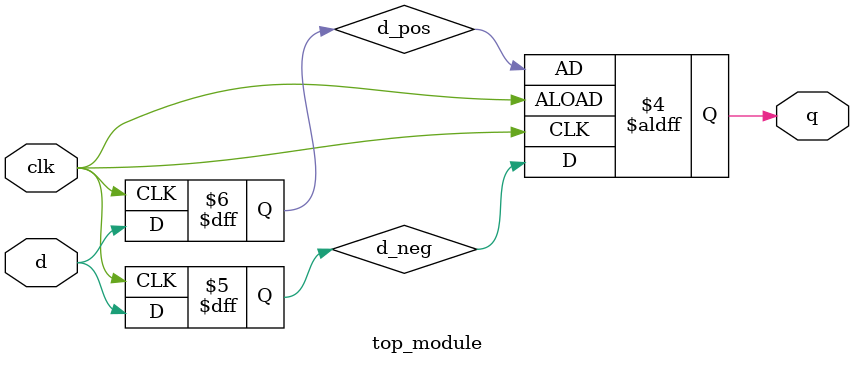
<source format=sv>
module top_module(
    input clk,
    input d,
    output reg q);

    reg d_pos, d_neg;

    always @(posedge clk) begin
        d_pos <= d;
    end

    always @(negedge clk) begin
        d_neg <= d;
    end

    always @(posedge clk or negedge clk) begin
        if (clk)
            q <= d_pos;
        else
            q <= d_neg;
    end

endmodule

</source>
